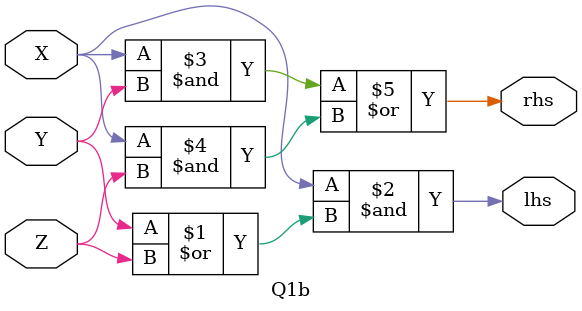
<source format=v>
module Q1b(X, Y, Z, lhs, rhs);
    input X, Y, Z;
    output lhs, rhs;
    assign lhs=X&(Y|Z);
    assign rhs=(X&Y)|(X&Z);
endmodule    
</source>
